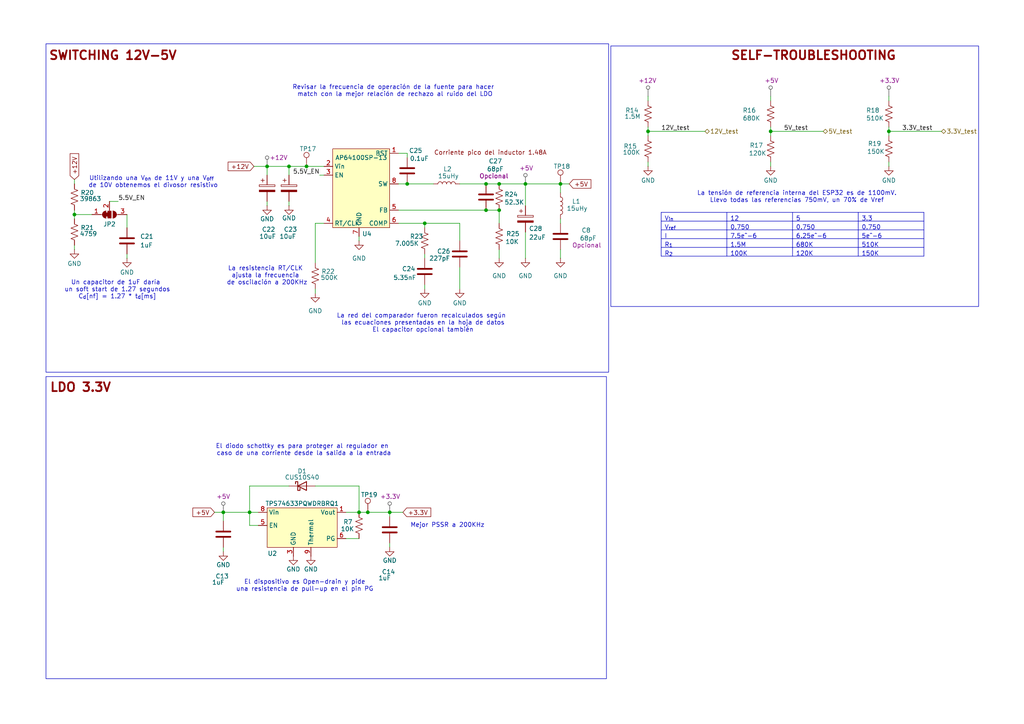
<source format=kicad_sch>
(kicad_sch (version 20250114) (generator "eeschema") (generator_version "9.0")
  (paper "A4")
  (lib_symbols
    (symbol "Connector:TestPoint" (pin_numbers (hide yes)) (pin_names (offset 0.762) (hide yes))
      (property "Reference" "TP" (at 0 6.858 0))
      (property "Value" "TestPoint" (at 0 5.08 0))
      (symbol "TestPoint_0_1"
        (circle (center 0 3.302) (radius 0.762))
      )
      (symbol "TestPoint_1_1"
        (pin passive line (at 0 0 90) (length 2.54) (name "1") (number "1"))
      )
    )
    (symbol "Device:C" (pin_numbers (hide yes)) (pin_names (offset 0.254))
      (property "Reference" "C" (at 0.635 2.54 0))
      (property "Value" "C" (at 0.635 -2.54 0))
      (symbol "C_0_1"
        (polyline (pts (xy -2.032 0.762) (xy 2.032 0.762)) (stroke (width 0.508)))
        (polyline (pts (xy -2.032 -0.762) (xy 2.032 -0.762)) (stroke (width 0.508)))
      )
      (symbol "C_1_1"
        (pin passive line (at 0 3.81 270) (length 2.794) (name "~") (number "1"))
        (pin passive line (at 0 -3.81 90) (length 2.794) (name "~") (number "2"))
      )
    )
    (symbol "Device:C_Polarized" (pin_numbers (hide yes)) (pin_names (offset 0.254))
      (property "Reference" "C" (at 0.635 2.54 0))
      (property "Value" "C_Polarized" (at 0.635 -2.54 0))
      (symbol "C_Polarized_0_1"
        (rectangle (start -2.286 0.508) (end 2.286 1.016))
        (polyline (pts (xy -1.778 2.286) (xy -0.762 2.286)))
        (polyline (pts (xy -1.27 2.794) (xy -1.27 1.778)))
        (rectangle (start 2.286 -0.508) (end -2.286 -1.016) (fill (type outline)))
      )
      (symbol "C_Polarized_1_1"
        (pin passive line (at 0 3.81 270) (length 2.794) (name "~") (number "1"))
        (pin passive line (at 0 -3.81 90) (length 2.794) (name "~") (number "2"))
      )
    )
    (symbol "Device:D_Schottky" (pin_numbers (hide yes)) (pin_names (offset 1.016) (hide yes))
      (property "Reference" "D" (at 0 2.54 0))
      (property "Value" "D_Schottky" (at 0 -2.54 0))
      (symbol "D_Schottky_0_1"
        (polyline (pts (xy -1.905 0.635) (xy -1.905 1.27) (xy -1.27 1.27) (xy -1.27 -1.27) (xy -0.635 -1.27) (xy -0.635 -0.635)) (stroke (width 0.254)))
        (polyline (pts (xy 1.27 1.27) (xy 1.27 -1.27) (xy -1.27 0) (xy 1.27 1.27)) (stroke (width 0.254)))
        (polyline (pts (xy 1.27 0) (xy -1.27 0)))
      )
      (symbol "D_Schottky_1_1"
        (pin passive line (at -3.81 0 0) (length 2.54) (name "K") (number "1"))
        (pin passive line (at 3.81 0 180) (length 2.54) (name "A") (number "2"))
      )
    )
    (symbol "Device:L" (pin_numbers (hide yes)) (pin_names (offset 1.016) (hide yes))
      (property "Reference" "L" (at -1.27 0 90))
      (property "Value" "L" (at 1.905 0 90))
      (symbol "L_0_1"
        (arc (start 0 2.54) (mid 0.6323 1.905) (end 0 1.27))
        (arc (start 0 1.27) (mid 0.6323 0.635) (end 0 0))
        (arc (start 0 0) (mid 0.6323 -0.635) (end 0 -1.27))
        (arc (start 0 -1.27) (mid 0.6323 -1.905) (end 0 -2.54))
      )
      (symbol "L_1_1"
        (pin passive line (at 0 3.81 270) (length 1.27) (name "1") (number "1"))
        (pin passive line (at 0 -3.81 90) (length 1.27) (name "2") (number "2"))
      )
    )
    (symbol "Device:R_US" (pin_numbers (hide yes)) (pin_names (offset 0))
      (property "Reference" "R" (at 2.54 0 90))
      (property "Value" "R_US" (at -2.54 0 90))
      (symbol "R_US_0_1"
        (polyline (pts (xy 0 2.286) (xy 0 2.54)))
        (polyline (pts (xy 0 2.286) (xy 1.016 1.905) (xy 0 1.524) (xy -1.016 1.143) (xy 0 0.762)))
        (polyline (pts (xy 0 0.762) (xy 1.016 0.381) (xy 0 0) (xy -1.016 -0.381) (xy 0 -0.762)))
        (polyline (pts (xy 0 -0.762) (xy 1.016 -1.143) (xy 0 -1.524) (xy -1.016 -1.905) (xy 0 -2.286)))
        (polyline (pts (xy 0 -2.286) (xy 0 -2.54)))
      )
      (symbol "R_US_1_1"
        (pin passive line (at 0 3.81 270) (length 1.27) (name "~") (number "1"))
        (pin passive line (at 0 -3.81 90) (length 1.27) (name "~") (number "2"))
      )
    )
    (symbol "Jumper:SolderJumper_3_Bridged12" (pin_names (offset 0) (hide yes)) (in_bom no)
      (property "Reference" "JP" (at -2.54 -2.54 0))
      (property "Value" "SolderJumper_3_Bridged12" (at 0 2.794 0))
      (symbol "SolderJumper_3_Bridged12_0_1"
        (polyline (pts (xy -2.54 0) (xy -2.032 0)))
        (polyline (pts (xy -1.016 1.016) (xy -1.016 -1.016)))
        (rectangle (start -1.016 0.508) (end -0.508 -0.508) (fill (type outline)))
        (arc (start -1.016 -1.016) (mid -2.0276 0) (end -1.016 1.016))
        (arc (start -1.016 -1.016) (mid -2.0276 0) (end -1.016 1.016) (fill (type outline)))
        (rectangle (start -0.508 1.016) (end 0.508 -1.016) (fill (type outline)))
        (polyline (pts (xy 0 -1.27) (xy 0 -1.016)))
        (arc (start 1.016 1.016) (mid 2.0276 0) (end 1.016 -1.016))
        (arc (start 1.016 1.016) (mid 2.0276 0) (end 1.016 -1.016) (fill (type outline)))
        (polyline (pts (xy 1.016 1.016) (xy 1.016 -1.016)))
        (polyline (pts (xy 2.54 0) (xy 2.032 0)))
      )
      (symbol "SolderJumper_3_Bridged12_1_1"
        (pin passive line (at -5.08 0 0) (length 2.54) (name "A") (number "1"))
        (pin passive line (at 0 -3.81 90) (length 2.54) (name "C") (number "2"))
        (pin passive line (at 5.08 0 180) (length 2.54) (name "B") (number "3"))
      )
    )
    (symbol "Personal:AP64100Q"
      (property "Reference" "U3" (at -9.398 9.398 0))
      (property "Value" "~" (at -9.525 3.81 0))
      (symbol "AP64100Q_1_1"
        (rectangle (start -17.78 6.35) (end -1.27 -16.51) (fill (type background)))
        (pin power_in line (at -20.32 1.27 0) (length 2.54) (name "Vin") (number "2"))
        (pin input line (at -20.32 -1.27 0) (length 2.54) (name "EN") (number "3"))
        (pin input line (at -20.32 -15.24 0) (length 2.54) (name "RT/CLK") (number "4"))
        (pin power_out line (at -10.16 -19.05 90) (length 2.54) (name "GND") (number "7"))
        (pin passive line (at 1.27 5.08 180) (length 2.54) (name "BST") (number "1"))
        (pin output line (at 1.27 -3.81 180) (length 2.54) (name "SW") (number "8"))
        (pin passive line (at 1.27 -11.43 180) (length 2.54) (name "FB") (number "5"))
        (pin passive line (at 1.27 -15.24 180) (length 2.54) (name "COMP") (number "6"))
      )
    )
    (symbol "Personal:TPS76833QDR"
      (property "Reference" "U" (at 0 5.08 0))
      (symbol "TPS76833QDR_1_1"
        (rectangle (start -10.16 2.54) (end 10.16 -8.89) (fill (type background)))
        (pin power_in line (at -12.7 1.27 0) (length 2.54) (name "Vin") (number "8"))
        (pin passive line (at -12.7 -2.54 0) (length 2.54) (name "EN") (number "5"))
        (pin power_in line (at -2.54 -11.43 90) (length 2.54) (name "GND") (number "3"))
        (pin no_connect line (at 0 -1.27 180) (length 2.54) (hide yes) (name "NC") (number "3"))
        (pin no_connect line (at 0 -3.81 180) (length 2.54) (hide yes) (name "NC") (number "7"))
        (pin no_connect line (at 0 -6.35 180) (length 2.54) (hide yes) (name "NC") (number "2"))
        (pin power_in line (at 2.54 -11.43 90) (length 2.54) (name "Thermal") (number "9"))
        (pin power_out line (at 12.7 1.27 180) (length 2.54) (name "Vout") (number "1"))
        (pin passive line (at 12.7 -6.35 180) (length 2.54) (name "PG") (number "6"))
      )
    )
    (symbol "power:GND" (power) (pin_numbers (hide yes)) (pin_names (offset 0) (hide yes))
      (property "Value" "GND" (at 0 -3.81 0))
      (symbol "GND_0_1"
        (polyline (pts (xy 0 0) (xy 0 -1.27) (xy 1.27 -1.27) (xy 0 -2.54) (xy -1.27 -1.27) (xy 0 -1.27)))
      )
      (symbol "GND_1_1"
        (pin power_in line (at 0 0 270) (length 0) (name "~") (number "1"))
      )
    )
  )
  (rectangle (start 177.165 13.335) (end 283.845 88.9))
  (rectangle (start 13.335 109.22) (end 175.895 196.85))
  (rectangle (start 13.335 12.7) (end 176.53 107.95))
  (text "Mejor PSSR a 200KHz" (at 129.794 152.4 0) (effects (font (size 1.27 1.27))))
  (text "SWITCHING 12V-5V" (at 32.766 16.256 0) (effects (font (size 2.54 2.54) (thickness 0.508) (bold yes))))
  (text "Utilizando una V_{on} de 11V y una V_{off} \nde 10V obtenemos el divosor resistivo" (at 44.45 52.832 0) (effects (font (size 1.27 1.27))))
  (text "El diodo schottky es para proteger al regulador en \ncaso de una corriente desde la salida a la entrada" (at 88.138 130.556 0) (effects (font (size 1.27 1.27))))
  (text "SELF-TROUBLESHOOTING" (at 235.966 16.256 0) (effects (font (size 2.54 2.54) (thickness 0.508) (bold yes))))
  (text "Revisar la frecuencia de operación de la fuente para hacer \nmatch con la mejor relación de rechazo al ruido del LDO" (at 114.554 26.416 0) (effects (font (size 1.27 1.27))))
  (text "La tensión de referencia interna del ESP32 es de 1100mV.\nLlevo todas las referencias 750mV, un 70% de Vref" (at 231.14 57.15 0) (effects (font (size 1.27 1.27))))
  (text "Corriente pico del inductor 1.48A" (at 142.24 44.45 0) (effects (font (size 1.27 1.27))))
  (text "El dispositivo es Open-drain y pide\nuna resistencia de pull-up en el pin PG" (at 88.392 169.926 0) (effects (font (size 1.27 1.27))))
  (text "LDO 3.3V" (at 23.368 112.522 0) (effects (font (size 2.54 2.54) (thickness 0.508) (bold yes))))
  (text "La red del comparador fueron recalculados según \nlas ecuaciones presentadas en la hoja de datos\nEl capacitor opcional también" (at 122.682 93.726 0) (effects (font (size 1.27 1.27))))
  (text "La resistencia RT/CLK \najusta la frecuencia \nde oscilación a 200KHz" (at 77.47 80.01 0) (effects (font (size 1.27 1.27))))
  (text "Un capacitor de 1uF daría \nun soft start de 1.27 segundos\nC_{d}[nf] = 1.27 * t_{d}[ms]" (at 34.036 84.074 0) (effects (font (size 1.27 1.27))))
  (junction (at 187.96 38.1))
  (junction (at 113.03 148.59))
  (junction (at 118.11 53.34))
  (junction (at 88.9 48.26))
  (junction (at 123.19 64.77))
  (junction (at 162.56 53.34))
  (junction (at 83.82 48.26))
  (junction (at 104.14 148.59))
  (junction (at 144.78 53.34))
  (junction (at 152.4 53.34))
  (junction (at 72.39 148.59))
  (junction (at 144.78 60.96))
  (junction (at 106.68 148.59))
  (junction (at 21.59 62.23))
  (junction (at 64.77 148.59))
  (junction (at 257.81 38.1))
  (junction (at 223.52 38.1))
  (junction (at 77.47 48.26))
  (junction (at 140.97 60.96))
  (junction (at 140.97 53.34))
  (wire (pts (xy 140.97 60.96) (xy 144.78 60.96)))
  (wire (pts (xy 77.47 48.26) (xy 83.82 48.26)))
  (wire (pts (xy 72.39 140.97) (xy 72.39 148.59)))
  (wire (pts (xy 64.77 148.59) (xy 64.77 151.13)))
  (wire (pts (xy 123.19 73.66) (xy 123.19 74.93)))
  (wire (pts (xy 113.03 148.59) (xy 116.84 148.59)))
  (wire (pts (xy 162.56 74.93) (xy 162.56 72.39)))
  (wire (pts (xy 223.52 27.94) (xy 223.52 29.21)))
  (wire (pts (xy 77.47 58.42) (xy 77.47 59.69)))
  (wire (pts (xy 113.03 149.86) (xy 113.03 148.59)))
  (wire (pts (xy 257.81 46.99) (xy 257.81 48.26)))
  (wire (pts (xy 257.81 36.83) (xy 257.81 38.1)))
  (wire (pts (xy 133.35 53.34) (xy 140.97 53.34)))
  (wire (pts (xy 91.44 83.82) (xy 91.44 85.09)))
  (wire (pts (xy 104.14 140.97) (xy 104.14 148.59)))
  (wire (pts (xy 36.83 62.23) (xy 36.83 66.04)))
  (wire (pts (xy 123.19 64.77) (xy 133.35 64.77)))
  (wire (pts (xy 144.78 60.96) (xy 144.78 64.77)))
  (wire (pts (xy 106.68 148.59) (xy 113.03 148.59)))
  (wire (pts (xy 74.93 152.4) (xy 72.39 152.4)))
  (wire (pts (xy 162.56 55.88) (xy 162.56 53.34)))
  (wire (pts (xy 140.97 53.34) (xy 144.78 53.34)))
  (wire (pts (xy 115.57 64.77) (xy 123.19 64.77)))
  (wire (pts (xy 187.96 27.94) (xy 187.96 29.21)))
  (wire (pts (xy 104.14 68.58) (xy 104.14 69.85)))
  (wire (pts (xy 100.33 156.21) (xy 104.14 156.21)))
  (wire (pts (xy 113.03 157.48) (xy 113.03 158.75)))
  (wire (pts (xy 223.52 38.1) (xy 238.76 38.1)))
  (wire (pts (xy 83.82 58.42) (xy 83.82 59.69)))
  (wire (pts (xy 104.14 148.59) (xy 106.68 148.59)))
  (wire (pts (xy 187.96 38.1) (xy 204.47 38.1)))
  (wire (pts (xy 72.39 140.97) (xy 83.82 140.97)))
  (wire (pts (xy 91.44 140.97) (xy 104.14 140.97)))
  (wire (pts (xy 144.78 72.39) (xy 144.78 74.93)))
  (wire (pts (xy 21.59 62.23) (xy 26.67 62.23)))
  (wire (pts (xy 162.56 64.77) (xy 162.56 63.5)))
  (wire (pts (xy 162.56 53.34) (xy 165.1 53.34)))
  (wire (pts (xy 21.59 60.96) (xy 21.59 62.23)))
  (wire (pts (xy 115.57 44.45) (xy 118.11 44.45)))
  (wire (pts (xy 125.73 53.34) (xy 118.11 53.34)))
  (wire (pts (xy 144.78 53.34) (xy 152.4 53.34)))
  (wire (pts (xy 21.59 52.07) (xy 21.59 53.34)))
  (wire (pts (xy 257.81 27.94) (xy 257.81 29.21)))
  (wire (pts (xy 257.81 38.1) (xy 257.81 39.37)))
  (wire (pts (xy 257.81 38.1) (xy 273.05 38.1)))
  (wire (pts (xy 62.23 148.59) (xy 64.77 148.59)))
  (wire (pts (xy 223.52 38.1) (xy 223.52 39.37)))
  (wire (pts (xy 152.4 53.34) (xy 152.4 59.69)))
  (wire (pts (xy 64.77 158.75) (xy 64.77 160.02)))
  (wire (pts (xy 91.44 64.77) (xy 91.44 76.2)))
  (wire (pts (xy 115.57 53.34) (xy 118.11 53.34)))
  (wire (pts (xy 92.71 50.8) (xy 93.98 50.8)))
  (wire (pts (xy 152.4 67.31) (xy 152.4 74.93)))
  (wire (pts (xy 83.82 48.26) (xy 88.9 48.26)))
  (wire (pts (xy 83.82 48.26) (xy 83.82 50.8)))
  (wire (pts (xy 73.66 48.26) (xy 77.47 48.26)))
  (wire (pts (xy 118.11 44.45) (xy 118.11 45.72)))
  (wire (pts (xy 36.83 73.66) (xy 36.83 74.93)))
  (wire (pts (xy 100.33 148.59) (xy 104.14 148.59)))
  (wire (pts (xy 21.59 62.23) (xy 21.59 63.5)))
  (wire (pts (xy 133.35 77.47) (xy 133.35 83.82)))
  (wire (pts (xy 72.39 148.59) (xy 74.93 148.59)))
  (wire (pts (xy 21.59 71.12) (xy 21.59 72.39)))
  (wire (pts (xy 64.77 148.59) (xy 72.39 148.59)))
  (wire (pts (xy 187.96 46.99) (xy 187.96 48.26)))
  (wire (pts (xy 133.35 69.85) (xy 133.35 64.77)))
  (wire (pts (xy 123.19 64.77) (xy 123.19 66.04)))
  (wire (pts (xy 223.52 36.83) (xy 223.52 38.1)))
  (wire (pts (xy 91.44 64.77) (xy 93.98 64.77)))
  (wire (pts (xy 77.47 48.26) (xy 77.47 50.8)))
  (wire (pts (xy 223.52 46.99) (xy 223.52 48.26)))
  (wire (pts (xy 187.96 38.1) (xy 187.96 39.37)))
  (wire (pts (xy 31.75 58.42) (xy 34.29 58.42)))
  (wire (pts (xy 123.19 82.55) (xy 123.19 83.82)))
  (wire (pts (xy 187.96 36.83) (xy 187.96 38.1)))
  (wire (pts (xy 88.9 48.26) (xy 93.98 48.26)))
  (wire (pts (xy 115.57 60.96) (xy 140.97 60.96)))
  (wire (pts (xy 152.4 53.34) (xy 162.56 53.34)))
  (wire (pts (xy 72.39 152.4) (xy 72.39 148.59)))
  (table (column_count 4) (border (external yes) (header yes)) (separators (rows yes) (cols yes)) (column_widths 19.05 19.05 19.05 19.05) (row_heights 2.54 2.54 2.54 2.54 2.54) (cells (table_cell "V_{in}" (at 191.77 61.595 0) (size 19.05 2.54) (margins 0.9525 0.9525 0.9525 0.9525) (span 1 1)) (table_cell "12" (at 210.82 61.595 0) (size 19.05 2.54) (margins 0.9525 0.9525 0.9525 0.9525) (span 1 1)) (table_cell "5" (at 229.87 61.595 0) (size 19.05 2.54) (margins 0.9525 0.9525 0.9525 0.9525) (span 1 1)) (table_cell "3.3" (at 248.92 61.595 0) (size 19.05 2.54) (margins 0.9525 0.9525 0.9525 0.9525) (span 1 1)) (table_cell "V_{ref}" (at 191.77 64.135 0) (size 19.05 2.54) (margins 0.9525 0.9525 0.9525 0.9525) (span 1 1)) (table_cell "0.750" (at 210.82 64.135 0) (size 19.05 2.54) (margins 0.9525 0.9525 0.9525 0.9525) (span 1 1)) (table_cell "0.750" (at 229.87 64.135 0) (size 19.05 2.54) (margins 0.9525 0.9525 0.9525 0.9525) (span 1 1)) (table_cell "0.750" (at 248.92 64.135 0) (size 19.05 2.54) (margins 0.9525 0.9525 0.9525 0.9525) (span 1 1)) (table_cell "I" (at 191.77 66.675 0) (size 19.05 2.54) (margins 0.9525 0.9525 0.9525 0.9525) (span 1 1)) (table_cell "7.5e^-6" (at 210.82 66.675 0) (size 19.05 2.54) (margins 0.9525 0.9525 0.9525 0.9525) (span 1 1)) (table_cell "6.25e^-6" (at 229.87 66.675 0) (size 19.05 2.54) (margins 0.9525 0.9525 0.9525 0.9525) (span 1 1)) (table_cell "5e^-6" (at 248.92 66.675 0) (size 19.05 2.54) (margins 0.9525 0.9525 0.9525 0.9525) (span 1 1)) (table_cell "R_{1}" (at 191.77 69.215 0) (size 19.05 2.54) (margins 0.9525 0.9525 0.9525 0.9525) (span 1 1)) (table_cell "1.5M" (at 210.82 69.215 0) (size 19.05 2.54) (margins 0.9525 0.9525 0.9525 0.9525) (span 1 1)) (table_cell "680K" (at 229.87 69.215 0) (size 19.05 2.54) (margins 0.9525 0.9525 0.9525 0.9525) (span 1 1)) (table_cell "510K" (at 248.92 69.215 0) (size 19.05 2.54) (margins 0.9525 0.9525 0.9525 0.9525) (span 1 1)) (table_cell "R_{2}" (at 191.77 71.755 0) (size 19.05 2.54) (margins 0.9525 0.9525 0.9525 0.9525) (span 1 1)) (table_cell "100K" (at 210.82 71.755 0) (size 19.05 2.54) (margins 0.9525 0.9525 0.9525 0.9525) (span 1 1)) (table_cell "120K" (at 229.87 71.755 0) (size 19.05 2.54) (margins 0.9525 0.9525 0.9525 0.9525) (span 1 1)) (table_cell "150K" (at 248.92 71.755 0) (size 19.05 2.54) (margins 0.9525 0.9525 0.9525 0.9525) (span 1 1))))
  (label "5.5V_EN" (at 92.71 50.8 180))
  (label "3.3V_test" (at 261.62 38.1 0))
  (label "12V_test" (at 191.77 38.1 0))
  (label "5.5V_EN" (at 34.29 58.42 0))
  (label "5V_test" (at 227.33 38.1 0))
  (global_label "+5V" (shape input) (at 62.23 148.59 180) (property "Intersheetrefs" "${INTERSHEET_REFS}" (effects (hide yes))))
  (global_label "+3.3V" (shape input) (at 116.84 148.59 0) (property "Intersheetrefs" "${INTERSHEET_REFS}" (effects (hide yes))))
  (global_label "+12V" (shape input) (at 73.66 48.26 180) (property "Intersheetrefs" "${INTERSHEET_REFS}" (effects (hide yes))))
  (global_label "+5V" (shape input) (at 165.1 53.34 0) (property "Intersheetrefs" "${INTERSHEET_REFS}" (effects (hide yes))))
  (global_label "+12V" (shape input) (at 21.59 52.07 90) (property "Intersheetrefs" "${INTERSHEET_REFS}" (effects (hide yes))))
  (hierarchical_label "5V_test" (shape bidirectional) (at 238.76 38.1 0))
  (hierarchical_label "12V_test" (shape bidirectional) (at 204.47 38.1 0))
  (hierarchical_label "3.3V_test" (shape bidirectional) (at 273.05 38.1 0))
  (netclass_flag "" (length 2.54) (shape round) (at 64.77 148.59 0) (property "Netclass" "+5V" (at 62.738 144.018 0) (effects (justify left))))
  (netclass_flag "" (length 2.54) (shape round) (at 77.47 48.26 0) (property "Netclass" "+12V" (at 78.1685 45.72 0) (effects (justify left))))
  (netclass_flag "" (length 2.54) (shape round) (at 113.03 148.59 0) (property "Netclass" "+3.3V" (at 110.236 144.018 0) (effects (justify left))))
  (netclass_flag "" (length 2.54) (shape round) (at 187.96 27.94 0) (property "Netclass" "+12V" (at 185.166 23.368 0) (effects (justify left))))
  (netclass_flag "" (length 2.54) (shape round) (at 152.4 53.34 0) (property "Netclass" "+5V" (at 150.622 48.768 0) (effects (justify left))))
  (netclass_flag "" (length 2.54) (shape round) (at 257.81 27.94 0) (property "Netclass" "+3.3V" (at 255.016 23.368 0) (effects (justify left))))
  (netclass_flag "" (length 2.54) (shape round) (at 223.52 27.94 0) (property "Netclass" "+5V" (at 221.742 23.368 0) (effects (justify left))))
  (symbol (lib_id "power:GND") (at 85.09 161.29 0) (unit 1)
    (property "Reference" "#PWR021" (effects (hide yes)))
    (property "Value" "GND" (at 85.09 165.1 0))
    (property "Description" "Power symbol creates a global label with name \"GND\" , ground" (effects (hide yes)))
  )
  (symbol (lib_id "Device:L") (at 129.54 53.34 90) (unit 1)
    (property "Reference" "L2" (at 129.794 49.022 90))
    (property "Value" "15uHy" (at 130.048 51.054 90))
    (property "Description" "Inductor" (effects (hide yes)))
  )
  (symbol (lib_id "power:GND") (at 104.14 69.85 0) (unit 1)
    (property "Reference" "#PWR040" (effects (hide yes)))
    (property "Value" "GND" (at 104.14 74.93 0))
    (property "Description" "Power symbol creates a global label with name \"GND\" , ground" (effects (hide yes)))
  )
  (symbol (lib_id "Device:C") (at 123.19 78.74 0) (unit 1)
    (property "Reference" "C24" (at 116.586 77.978 0) (effects (justify left)))
    (property "Value" "5.35nF" (at 114.046 80.518 0) (effects (justify left)))
    (property "Description" "Unpolarized capacitor" (effects (hide yes)))
  )
  (symbol (lib_id "Device:C_Polarized") (at 152.4 63.5 0) (unit 1)
    (property "Reference" "C28" (at 153.416 66.294 0) (effects (justify left)))
    (property "Value" "22uF" (at 153.416 68.834 0) (effects (justify left)))
    (property "Footprint" "Inductor_SMD:L_1206_3216Metric" (effects (hide yes)))
    (property "Datasheet" "https://ar.mouser.com/datasheet/2/396/mlcc02_e-1307760.pdf" (effects (hide yes)))
    (property "Description" "Polarized capacitor" (effects (hide yes)))
    (property "Price" "0.6" (effects (hide yes)))
    (property "currier" "https://ar.mouser.com/ProductDetail/TAIYO-YUDEN/EMK316BB7226ML-T?qs=EPmvyOv1YlPvyo1ebMxtFg%3D%3D" (effects (hide yes)))
  )
  (symbol (lib_id "Device:R_US") (at 21.59 67.31 0) (unit 1)
    (property "Reference" "R21" (at 23.368 66.04 0) (effects (justify left)))
    (property "Value" "4759" (at 23.114 67.818 0) (effects (justify left)))
    (property "Description" "Resistor, US symbol" (effects (hide yes)))
  )
  (symbol (lib_id "power:GND") (at 90.17 161.29 0) (unit 1)
    (property "Reference" "#PWR022" (effects (hide yes)))
    (property "Value" "GND" (at 90.17 165.1 0))
    (property "Description" "Power symbol creates a global label with name \"GND\" , ground" (effects (hide yes)))
  )
  (symbol (lib_id "Device:R_US") (at 144.78 68.58 0) (unit 1)
    (property "Reference" "R25" (at 146.812 67.818 0) (effects (justify left)))
    (property "Value" "10K" (at 146.558 70.104 0) (effects (justify left)))
    (property "Description" "Resistor, US symbol" (effects (hide yes)))
  )
  (symbol (lib_id "power:GND") (at 257.81 48.26 0) (unit 1)
    (property "Reference" "#PWR031" (effects (hide yes)))
    (property "Value" "GND" (at 257.81 52.324 0))
    (property "Description" "Power symbol creates a global label with name \"GND\" , ground" (effects (hide yes)))
  )
  (symbol (lib_id "Jumper:SolderJumper_3_Bridged12") (at 31.75 62.23 0) (mirror x) (unit 1) (in_bom no)
    (property "Reference" "JP2" (at 31.75 65.024 0))
    (property "Value" "SolderJumper_3_Bridged12" (effects (hide yes)))
    (property "Footprint" "Jumper:SolderJumper-3_P1.3mm_Bridged12_Pad1.0x1.5mm" (effects (hide yes)))
    (property "Description" "3-pole Solder Jumper, pins 1+2 closed/bridged" (effects (hide yes)))
  )
  (symbol (lib_id "Device:R_US") (at 144.78 57.15 0) (unit 1)
    (property "Reference" "R24" (at 146.304 56.388 0) (effects (justify left)))
    (property "Value" "52.3K" (at 146.304 58.674 0) (effects (justify left)))
    (property "Description" "Resistor, US symbol" (effects (hide yes)))
  )
  (symbol (lib_id "Device:C") (at 133.35 73.66 0) (unit 1)
    (property "Reference" "C26" (at 126.746 72.898 0) (effects (justify left)))
    (property "Value" "227pF" (at 124.46 74.93 0) (effects (justify left)))
    (property "Description" "Unpolarized capacitor" (effects (hide yes)))
  )
  (symbol (lib_id "Device:C_Polarized") (at 83.82 54.61 0) (unit 1)
    (property "Reference" "C23" (at 82.296 66.548 0) (effects (justify left)))
    (property "Value" "10uF" (at 81.026 68.58 0) (effects (justify left)))
    (property "Description" "Polarized capacitor" (effects (hide yes)))
  )
  (symbol (lib_id "power:GND") (at 223.52 48.26 0) (unit 1)
    (property "Reference" "#PWR030" (effects (hide yes)))
    (property "Value" "GND" (at 223.52 52.324 0))
    (property "Description" "Power symbol creates a global label with name \"GND\" , ground" (effects (hide yes)))
  )
  (symbol (lib_id "power:GND") (at 144.78 74.93 0) (unit 1)
    (property "Reference" "#PWR043" (effects (hide yes)))
    (property "Value" "GND" (at 144.78 80.01 0))
    (property "Description" "Power symbol creates a global label with name \"GND\" , ground" (effects (hide yes)))
  )
  (symbol (lib_id "power:GND") (at 36.83 74.93 0) (unit 1)
    (property "Reference" "#PWR036" (effects (hide yes)))
    (property "Value" "GND" (at 36.83 78.994 0))
    (property "Description" "Power symbol creates a global label with name \"GND\" , ground" (effects (hide yes)))
  )
  (symbol (lib_id "power:GND") (at 113.03 158.75 0) (unit 1)
    (property "Reference" "#PWR020" (effects (hide yes)))
    (property "Value" "GND" (at 113.03 162.56 0))
    (property "Description" "Power symbol creates a global label with name \"GND\" , ground" (effects (hide yes)))
  )
  (symbol (lib_id "Device:R_US") (at 187.96 43.18 0) (unit 1)
    (property "Reference" "R15" (at 180.848 42.418 0) (effects (justify left)))
    (property "Value" "100K" (at 180.594 44.196 0) (effects (justify left)))
    (property "Description" "Resistor, US symbol" (effects (hide yes)))
  )
  (symbol (lib_id "Device:R_US") (at 223.52 33.02 0) (unit 1)
    (property "Reference" "R16" (at 215.392 32.004 0) (effects (justify left)))
    (property "Value" "680K" (at 215.392 34.29 0) (effects (justify left)))
    (property "Description" "Resistor, US symbol" (effects (hide yes)))
  )
  (symbol (lib_id "power:GND") (at 64.77 160.02 0) (unit 1)
    (property "Reference" "#PWR019" (effects (hide yes)))
    (property "Value" "GND" (at 64.77 163.83 0))
    (property "Description" "Power symbol creates a global label with name \"GND\" , ground" (effects (hide yes)))
  )
  (symbol (lib_id "Device:R_US") (at 223.52 43.18 0) (unit 1)
    (property "Reference" "R17" (at 217.424 42.164 0) (effects (justify left)))
    (property "Value" "120K" (at 217.17 44.45 0) (effects (justify left)))
    (property "Description" "Resistor, US symbol" (effects (hide yes)))
  )
  (symbol (lib_id "Device:C") (at 64.77 154.94 0) (unit 1)
    (property "Reference" "C13" (at 62.484 167.132 0) (effects (justify left)))
    (property "Value" "1uF" (at 61.468 168.91 0) (effects (justify left)))
    (property "Description" "Unpolarized capacitor" (effects (hide yes)))
  )
  (symbol (lib_id "Device:R_US") (at 104.14 152.4 0) (unit 1)
    (property "Reference" "R7" (at 99.568 151.384 0) (effects (justify left)))
    (property "Value" "10K" (at 98.806 153.416 0) (effects (justify left)))
    (property "Description" "Resistor, US symbol" (effects (hide yes)))
  )
  (symbol (lib_id "power:GND") (at 83.82 59.69 0) (unit 1)
    (property "Reference" "#PWR038" (effects (hide yes)))
    (property "Value" "GND" (at 83.82 63.246 0))
    (property "Description" "Power symbol creates a global label with name \"GND\" , ground" (effects (hide yes)))
  )
  (symbol (lib_id "Device:D_Schottky") (at 87.63 140.97 0) (unit 1)
    (property "Reference" "D1" (at 87.63 136.652 0))
    (property "Value" "CUS10S40" (at 87.63 138.43 0))
    (property "Footprint" "Diode_SMD:D_SOD-323F" (effects (hide yes)))
    (property "Datasheet" "https://ar.mouser.com/datasheet/2/408/CUS521_datasheet_en_20140414-1076515.pdf" (effects (hide yes)))
    (property "Description" "Schottky diode" (effects (hide yes)))
    (property "Price" "0.12" (effects (hide yes)))
    (property "currier" "https://ar.mouser.com/ProductDetail/757-CUS521H3F" (effects (hide yes)))
  )
  (symbol (lib_id "Device:C") (at 140.97 57.15 0) (unit 1)
    (property "Reference" "C27" (at 141.732 46.736 0) (effects (justify left)))
    (property "Value" "68pF" (at 141.224 49.022 0) (effects (justify left)))
    (property "Footprint" "Capacitor_SMD:C_0603_1608Metric" (effects (hide yes)))
    (property "Datasheet" "https://ar.mouser.com/datasheet/2/40/X7RDielectric-2943470.pdf" (effects (hide yes)))
    (property "Description" "Opcional" (at 143.256 51.054 0))
    (property "Price" "0.18" (effects (hide yes)))
    (property "currier" "https://ar.mouser.com/ProductDetail/KYOCERA-AVX/06035C680KAT2A?qs=%252BdQmOuGyFcHh7R3Ik2B0Og%3D%3D" (effects (hide yes)))
  )
  (symbol (lib_id "power:GND") (at 133.35 83.82 0) (unit 1)
    (property "Reference" "#PWR042" (effects (hide yes)))
    (property "Value" "GND" (at 133.35 87.884 0))
    (property "Description" "Power symbol creates a global label with name \"GND\" , ground" (effects (hide yes)))
  )
  (symbol (lib_id "Device:C") (at 36.83 69.85 0) (unit 1)
    (property "Reference" "C21" (at 40.64 68.5799 0) (effects (justify left)))
    (property "Value" "1uF" (at 40.64 71.1199 0) (effects (justify left)))
    (property "Description" "Unpolarized capacitor" (effects (hide yes)))
  )
  (symbol (lib_id "Device:R_US") (at 123.19 69.85 0) (unit 1)
    (property "Reference" "R23" (at 118.872 68.58 0) (effects (justify left)))
    (property "Value" "7.005K" (at 114.554 70.612 0) (effects (justify left)))
    (property "Description" "Resistor, US symbol" (effects (hide yes)))
  )
  (symbol (lib_id "Connector:TestPoint") (at 106.68 148.59 0) (unit 1)
    (property "Reference" "TP19" (at 104.648 143.51 0) (effects (justify left)))
    (property "Value" "TestPoint" (effects (hide yes)))
    (property "Description" "test point" (effects (hide yes)))
  )
  (symbol (lib_id "Device:R_US") (at 21.59 57.15 0) (unit 1)
    (property "Reference" "R20" (at 23.368 55.88 0) (effects (justify left)))
    (property "Value" "39863" (at 23.114 57.658 0) (effects (justify left)))
    (property "Description" "Resistor, US symbol" (effects (hide yes)))
  )
  (symbol (lib_id "Device:R_US") (at 257.81 33.02 0) (unit 1)
    (property "Reference" "R18" (at 251.206 32.004 0) (effects (justify left)))
    (property "Value" "510K" (at 251.206 34.29 0) (effects (justify left)))
    (property "Description" "Resistor, US symbol" (effects (hide yes)))
  )
  (symbol (lib_id "Device:C") (at 162.56 68.58 0) (unit 1)
    (property "Reference" "C8" (at 168.656 66.802 0) (effects (justify left)))
    (property "Value" "68pF" (at 168.148 69.088 0) (effects (justify left)))
    (property "Footprint" "Capacitor_SMD:C_0603_1608Metric" (effects (hide yes)))
    (property "Datasheet" "https://ar.mouser.com/datasheet/2/40/X7RDielectric-2943470.pdf" (effects (hide yes)))
    (property "Description" "Opcional" (at 170.18 71.12 0))
    (property "Price" "0.18" (effects (hide yes)))
    (property "currier" "https://ar.mouser.com/ProductDetail/KYOCERA-AVX/06035C680KAT2A?qs=%252BdQmOuGyFcHh7R3Ik2B0Og%3D%3D" (effects (hide yes)))
  )
  (symbol (lib_id "Device:C") (at 113.03 153.67 0) (unit 1)
    (property "Reference" "C14" (at 110.744 165.862 0) (effects (justify left)))
    (property "Value" "1uF" (at 109.728 167.64 0) (effects (justify left)))
    (property "Description" "Unpolarized capacitor" (effects (hide yes)))
  )
  (symbol (lib_id "Device:C_Polarized") (at 77.47 54.61 0) (unit 1)
    (property "Reference" "C22" (at 75.946 66.548 0) (effects (justify left)))
    (property "Value" "10uF" (at 75.184 68.58 0) (effects (justify left)))
    (property "Description" "Polarized capacitor" (effects (hide yes)))
  )
  (symbol (lib_id "Connector:TestPoint") (at 88.9 48.26 0) (unit 1)
    (property "Reference" "TP17" (at 86.868 43.18 0) (effects (justify left)))
    (property "Value" "TestPoint" (effects (hide yes)))
    (property "Description" "test point" (effects (hide yes)))
  )
  (symbol (lib_id "power:GND") (at 152.4 74.93 0) (unit 1)
    (property "Reference" "#PWR044" (effects (hide yes)))
    (property "Value" "GND" (at 152.4 80.01 0))
    (property "Description" "Power symbol creates a global label with name \"GND\" , ground" (effects (hide yes)))
  )
  (symbol (lib_id "Device:R_US") (at 91.44 80.01 0) (unit 1)
    (property "Reference" "R22" (at 93.218 78.74 0) (effects (justify left)))
    (property "Value" "500K" (at 92.964 80.518 0) (effects (justify left)))
    (property "Description" "Resistor, US symbol" (effects (hide yes)))
  )
  (symbol (lib_id "power:GND") (at 91.44 85.09 0) (unit 1)
    (property "Reference" "#PWR039" (effects (hide yes)))
    (property "Value" "GND" (at 91.44 90.17 0))
    (property "Description" "Power symbol creates a global label with name \"GND\" , ground" (effects (hide yes)))
  )
  (symbol (lib_id "Device:R_US") (at 187.96 33.02 0) (unit 1)
    (property "Reference" "R14" (at 181.356 32.004 0) (effects (justify left)))
    (property "Value" "1.5M" (at 181.102 33.782 0) (effects (justify left)))
    (property "Description" "Resistor, US symbol" (effects (hide yes)))
  )
  (symbol (lib_id "Connector:TestPoint") (at 162.56 53.34 0) (unit 1)
    (property "Reference" "TP18" (at 160.528 48.26 0) (effects (justify left)))
    (property "Value" "TestPoint" (effects (hide yes)))
    (property "Description" "test point" (effects (hide yes)))
  )
  (symbol (lib_id "power:GND") (at 77.47 59.69 0) (unit 1)
    (property "Reference" "#PWR037" (effects (hide yes)))
    (property "Value" "GND" (at 77.47 63.5 0))
    (property "Description" "Power symbol creates a global label with name \"GND\" , ground" (effects (hide yes)))
  )
  (symbol (lib_id "Device:R_US") (at 257.81 43.18 0) (unit 1)
    (property "Reference" "R19" (at 251.714 41.656 0) (effects (justify left)))
    (property "Value" "150K" (at 251.46 43.942 0) (effects (justify left)))
    (property "Description" "Resistor, US symbol" (effects (hide yes)))
  )
  (symbol (lib_id "power:GND") (at 162.56 74.93 0) (unit 1)
    (property "Reference" "#PWR012" (effects (hide yes)))
    (property "Value" "GND" (at 162.56 80.01 0))
    (property "Description" "Power symbol creates a global label with name \"GND\" , ground" (effects (hide yes)))
  )
  (symbol (lib_id "Personal:TPS76833QDR") (at 87.63 149.86 0) (unit 1)
    (property "Reference" "U2" (at 78.994 160.528 0))
    (property "Value" "TPS74633PQWDRBRQ1" (at 87.63 146.05 0))
    (property "Footprint" "Package_SON:VSON-8-1EP_3x3mm_P0.65mm_EP1.65x2.4mm_ThermalVias" (effects (hide yes)))
    (property "Datasheet" "https://www.ti.com/lit/ds/symlink/tps746-q1.pdf?ts=1751268751882&ref_url=https%253A%252F%252Fpt.mouser.com%252F" (effects (hide yes)))
    (property "Price" "1.16" (effects (hide yes)))
    (property "currier" "https://ar.mouser.com/ProductDetail/595-PS74633PQWDRBRQ1" (effects (hide yes)))
  )
  (symbol (lib_id "power:GND") (at 123.19 83.82 0) (unit 1)
    (property "Reference" "#PWR041" (effects (hide yes)))
    (property "Value" "GND" (at 123.19 87.884 0))
    (property "Description" "Power symbol creates a global label with name \"GND\" , ground" (effects (hide yes)))
  )
  (symbol (lib_id "Personal:AP64100Q") (at 114.3 49.53 0) (unit 1)
    (property "Reference" "U4" (at 106.426 67.818 0))
    (property "Value" "AP64100SP-13" (at 104.775 45.72 0))
    (property "Footprint" "Package_SO:Diodes_SO-8EP" (effects (hide yes)))
    (property "Datasheet" "https://www.diodes.com/assets/Datasheets/AP64100Q.pdf" (effects (hide yes)))
    (property "Price" "1.11" (effects (hide yes)))
    (property "currier" "https://ar.mouser.com/ProductDetail/621-AP64100SP-13" (effects (hide yes)))
  )
  (symbol (lib_id "Device:L") (at 162.56 59.69 0) (unit 1)
    (property "Reference" "L1" (at 167.132 58.42 0))
    (property "Value" "15uHy" (at 167.386 60.452 0))
    (property "Description" "Inductor" (effects (hide yes)))
  )
  (symbol (lib_id "Device:C") (at 118.11 49.53 0) (unit 1)
    (property "Reference" "C25" (at 118.618 43.688 0) (effects (justify left)))
    (property "Value" "0.1uF" (at 118.872 45.974 0) (effects (justify left)))
    (property "Footprint" "Capacitor_SMD:C_0603_1608Metric" (effects (hide yes)))
    (property "Datasheet" "https://ar.mouser.com/datasheet/2/447/UPY_GPHC_X7R_6_3V_to_250V_24-3441574.pdf" (effects (hide yes)))
    (property "Description" "Unpolarized capacitor" (effects (hide yes)))
    (property "Price" "0.1" (effects (hide yes)))
    (property "currier" "https://ar.mouser.com/ProductDetail/YAGEO/CC0603KRX7R7BB104?qs=AgBp2OyFlx8KPmNTlFoWXA%3D%3D" (effects (hide yes)))
  )
  (symbol (lib_id "power:GND") (at 187.96 48.26 0) (unit 1)
    (property "Reference" "#PWR029" (effects (hide yes)))
    (property "Value" "GND" (at 187.96 52.324 0))
    (property "Description" "Power symbol creates a global label with name \"GND\" , ground" (effects (hide yes)))
  )
  (symbol (lib_id "power:GND") (at 21.59 72.39 0) (unit 1)
    (property "Reference" "#PWR035" (effects (hide yes)))
    (property "Value" "GND" (at 21.59 76.454 0))
    (property "Description" "Power symbol creates a global label with name \"GND\" , ground" (effects (hide yes)))
  )
)
</source>
